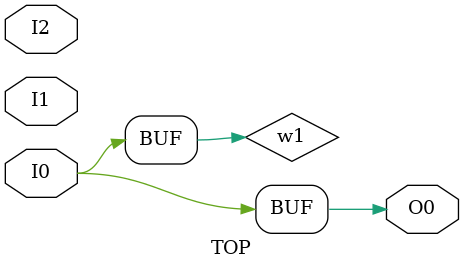
<source format=v>
module TOP(I0, I1, I2, O0);
input  I0, I1, I2;
output O0;
wire   w1;

buf b0(w1, I0);
buf b1(O0, w1);

endmodule

</source>
